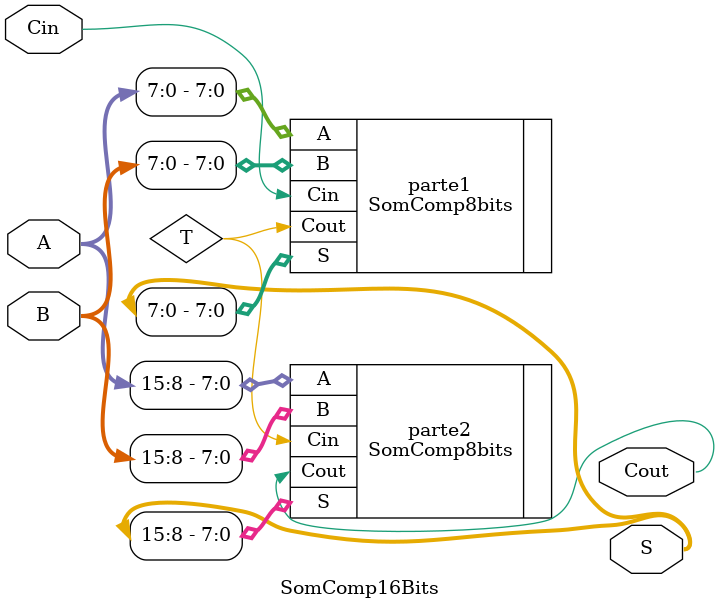
<source format=v>
module SomComp16Bits(S, Cout, A, B, Cin);
	input [15:0]A;
	input [15:0]B;
	input Cin;
	output [15:0]S;
	output Cout;
	wire T;
	
	SomComp8bits parte1(
	.S(S[7:0]), 
	.Cout(T), 
	.A(A[7:0]), 
	.B(B[7:0]), 
	.Cin(Cin));
	
	SomComp8bits parte2(
	.S(S[15:8]), 
	.Cout(Cout), 
	.A(A[15:8]), 
	.B(B[15:8]), 
	.Cin(T));
	
endmodule
</source>
